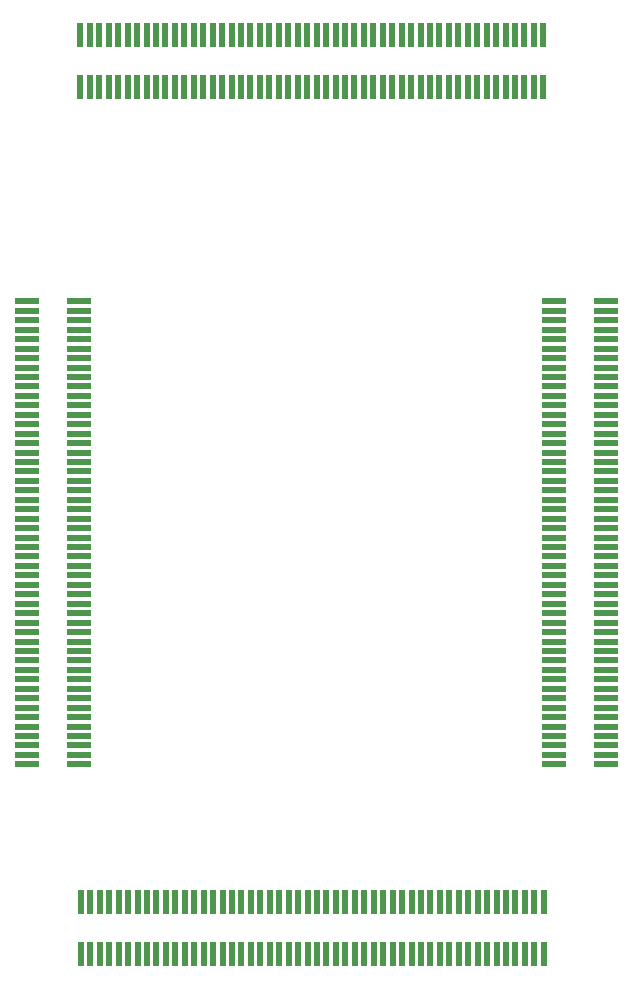
<source format=gtp>
%TF.GenerationSoftware,KiCad,Pcbnew,(6.0.4-0)*%
%TF.CreationDate,2022-04-21T11:02:12-05:00*%
%TF.ProjectId,payload_board,7061796c-6f61-4645-9f62-6f6172642e6b,3*%
%TF.SameCoordinates,Original*%
%TF.FileFunction,Paste,Top*%
%TF.FilePolarity,Positive*%
%FSLAX46Y46*%
G04 Gerber Fmt 4.6, Leading zero omitted, Abs format (unit mm)*
G04 Created by KiCad (PCBNEW (6.0.4-0)) date 2022-04-21 11:02:12*
%MOMM*%
%LPD*%
G01*
G04 APERTURE LIST*
%ADD10R,2.000000X0.500000*%
%ADD11R,0.500000X2.000000*%
G04 APERTURE END LIST*
D10*
X108265000Y-120195000D03*
X112665000Y-120195000D03*
X108265000Y-119395000D03*
X112665000Y-119395000D03*
X108265000Y-118595000D03*
X112665000Y-118595000D03*
X108265000Y-117795000D03*
X112665000Y-117795000D03*
X108265000Y-116995000D03*
X112665000Y-116995000D03*
X108265000Y-116195000D03*
X112665000Y-116195000D03*
X108265000Y-115395000D03*
X112665000Y-115395000D03*
X108265000Y-114595000D03*
X112665000Y-114595000D03*
X108265000Y-113795000D03*
X112665000Y-113795000D03*
X108265000Y-112995000D03*
X112665000Y-112995000D03*
X108265000Y-112195000D03*
X112665000Y-112195000D03*
X108265000Y-111395000D03*
X112665000Y-111395000D03*
X108265000Y-110595000D03*
X112665000Y-110595000D03*
X108265000Y-109795000D03*
X112665000Y-109795000D03*
X108265000Y-108995000D03*
X112665000Y-108995000D03*
X108265000Y-108195000D03*
X112665000Y-108195000D03*
X108265000Y-107395000D03*
X112665000Y-107395000D03*
X108265000Y-106595000D03*
X112665000Y-106595000D03*
X108265000Y-105795000D03*
X112665000Y-105795000D03*
X108265000Y-104995000D03*
X112665000Y-104995000D03*
X108265000Y-104195000D03*
X112665000Y-104195000D03*
X108265000Y-103395000D03*
X112665000Y-103395000D03*
X108265000Y-102595000D03*
X112665000Y-102595000D03*
X108265000Y-101795000D03*
X112665000Y-101795000D03*
X108265000Y-100995000D03*
X112665000Y-100995000D03*
X108265000Y-100195000D03*
X112665000Y-100195000D03*
X108265000Y-99395000D03*
X112665000Y-99395000D03*
X108265000Y-98595000D03*
X112665000Y-98595000D03*
X108265000Y-97795000D03*
X112665000Y-97795000D03*
X108265000Y-96995000D03*
X112665000Y-96995000D03*
X108265000Y-96195000D03*
X112665000Y-96195000D03*
X108265000Y-95395000D03*
X112665000Y-95395000D03*
X108265000Y-94595000D03*
X112665000Y-94595000D03*
X108265000Y-93795000D03*
X112665000Y-93795000D03*
X108265000Y-92995000D03*
X112665000Y-92995000D03*
X108265000Y-92195000D03*
X112665000Y-92195000D03*
X108265000Y-91395000D03*
X112665000Y-91395000D03*
X108265000Y-90595000D03*
X112665000Y-90595000D03*
X108265000Y-89795000D03*
X112665000Y-89795000D03*
X108265000Y-88995000D03*
X112665000Y-88995000D03*
X108265000Y-88195000D03*
X112665000Y-88195000D03*
X108265000Y-87395000D03*
X112665000Y-87395000D03*
X108265000Y-86595000D03*
X112665000Y-86595000D03*
X108265000Y-85795000D03*
X112665000Y-85795000D03*
X108265000Y-84995000D03*
X112665000Y-84995000D03*
X108265000Y-84195000D03*
X112665000Y-84195000D03*
X108265000Y-83395000D03*
X112665000Y-83395000D03*
X108265000Y-82595000D03*
X112665000Y-82595000D03*
X108265000Y-81795000D03*
X112665000Y-81795000D03*
X108265000Y-80995000D03*
X112665000Y-80995000D03*
X63615000Y-120195000D03*
X68015000Y-120195000D03*
X63615000Y-119395000D03*
X68015000Y-119395000D03*
X63615000Y-118595000D03*
X68015000Y-118595000D03*
X63615000Y-117795000D03*
X68015000Y-117795000D03*
X63615000Y-116995000D03*
X68015000Y-116995000D03*
X63615000Y-116195000D03*
X68015000Y-116195000D03*
X63615000Y-115395000D03*
X68015000Y-115395000D03*
X63615000Y-114595000D03*
X68015000Y-114595000D03*
X63615000Y-113795000D03*
X68015000Y-113795000D03*
X63615000Y-112995000D03*
X68015000Y-112995000D03*
X63615000Y-112195000D03*
X68015000Y-112195000D03*
X63615000Y-111395000D03*
X68015000Y-111395000D03*
X63615000Y-110595000D03*
X68015000Y-110595000D03*
X63615000Y-109795000D03*
X68015000Y-109795000D03*
X63615000Y-108995000D03*
X68015000Y-108995000D03*
X63615000Y-108195000D03*
X68015000Y-108195000D03*
X63615000Y-107395000D03*
X68015000Y-107395000D03*
X63615000Y-106595000D03*
X68015000Y-106595000D03*
X63615000Y-105795000D03*
X68015000Y-105795000D03*
X63615000Y-104995000D03*
X68015000Y-104995000D03*
X63615000Y-104195000D03*
X68015000Y-104195000D03*
X63615000Y-103395000D03*
X68015000Y-103395000D03*
X63615000Y-102595000D03*
X68015000Y-102595000D03*
X63615000Y-101795000D03*
X68015000Y-101795000D03*
X63615000Y-100995000D03*
X68015000Y-100995000D03*
X63615000Y-100195000D03*
X68015000Y-100195000D03*
X63615000Y-99395000D03*
X68015000Y-99395000D03*
X63615000Y-98595000D03*
X68015000Y-98595000D03*
X63615000Y-97795000D03*
X68015000Y-97795000D03*
X63615000Y-96995000D03*
X68015000Y-96995000D03*
X63615000Y-96195000D03*
X68015000Y-96195000D03*
X63615000Y-95395000D03*
X68015000Y-95395000D03*
X63615000Y-94595000D03*
X68015000Y-94595000D03*
X63615000Y-93795000D03*
X68015000Y-93795000D03*
X63615000Y-92995000D03*
X68015000Y-92995000D03*
X63615000Y-92195000D03*
X68015000Y-92195000D03*
X63615000Y-91395000D03*
X68015000Y-91395000D03*
X63615000Y-90595000D03*
X68015000Y-90595000D03*
X63615000Y-89795000D03*
X68015000Y-89795000D03*
X63615000Y-88995000D03*
X68015000Y-88995000D03*
X63615000Y-88195000D03*
X68015000Y-88195000D03*
X63615000Y-87395000D03*
X68015000Y-87395000D03*
X63615000Y-86595000D03*
X68015000Y-86595000D03*
X63615000Y-85795000D03*
X68015000Y-85795000D03*
X63615000Y-84995000D03*
X68015000Y-84995000D03*
X63615000Y-84195000D03*
X68015000Y-84195000D03*
X63615000Y-83395000D03*
X68015000Y-83395000D03*
X63615000Y-82595000D03*
X68015000Y-82595000D03*
X63615000Y-81795000D03*
X68015000Y-81795000D03*
X63615000Y-80995000D03*
X68015000Y-80995000D03*
D11*
X107345000Y-62855000D03*
X107345000Y-58455000D03*
X106545000Y-62855000D03*
X106545000Y-58455000D03*
X105745000Y-62855000D03*
X105745000Y-58455000D03*
X104945000Y-62855000D03*
X104945000Y-58455000D03*
X104145000Y-62855000D03*
X104145000Y-58455000D03*
X103345000Y-62855000D03*
X103345000Y-58455000D03*
X102545000Y-62855000D03*
X102545000Y-58455000D03*
X101745000Y-62855000D03*
X101745000Y-58455000D03*
X100945000Y-62855000D03*
X100945000Y-58455000D03*
X100145000Y-62855000D03*
X100145000Y-58455000D03*
X99345000Y-62855000D03*
X99345000Y-58455000D03*
X98545000Y-62855000D03*
X98545000Y-58455000D03*
X97745000Y-62855000D03*
X97745000Y-58455000D03*
X96945000Y-62855000D03*
X96945000Y-58455000D03*
X96145000Y-62855000D03*
X96145000Y-58455000D03*
X95345000Y-62855000D03*
X95345000Y-58455000D03*
X94545000Y-62855000D03*
X94545000Y-58455000D03*
X93745000Y-62855000D03*
X93745000Y-58455000D03*
X92945000Y-62855000D03*
X92945000Y-58455000D03*
X92145000Y-62855000D03*
X92145000Y-58455000D03*
X91345000Y-62855000D03*
X91345000Y-58455000D03*
X90545000Y-62855000D03*
X90545000Y-58455000D03*
X89745000Y-62855000D03*
X89745000Y-58455000D03*
X88945000Y-62855000D03*
X88945000Y-58455000D03*
X88145000Y-62855000D03*
X88145000Y-58455000D03*
X87345000Y-62855000D03*
X87345000Y-58455000D03*
X86545000Y-62855000D03*
X86545000Y-58455000D03*
X85745000Y-62855000D03*
X85745000Y-58455000D03*
X84945000Y-62855000D03*
X84945000Y-58455000D03*
X84145000Y-62855000D03*
X84145000Y-58455000D03*
X83345000Y-62855000D03*
X83345000Y-58455000D03*
X82545000Y-62855000D03*
X82545000Y-58455000D03*
X81745000Y-62855000D03*
X81745000Y-58455000D03*
X80945000Y-62855000D03*
X80945000Y-58455000D03*
X80145000Y-62855000D03*
X80145000Y-58455000D03*
X79345000Y-62855000D03*
X79345000Y-58455000D03*
X78545000Y-62855000D03*
X78545000Y-58455000D03*
X77745000Y-62855000D03*
X77745000Y-58455000D03*
X76945000Y-62855000D03*
X76945000Y-58455000D03*
X76145000Y-62855000D03*
X76145000Y-58455000D03*
X75345000Y-62855000D03*
X75345000Y-58455000D03*
X74545000Y-62855000D03*
X74545000Y-58455000D03*
X73745000Y-62855000D03*
X73745000Y-58455000D03*
X72945000Y-62855000D03*
X72945000Y-58455000D03*
X72145000Y-62855000D03*
X72145000Y-58455000D03*
X71345000Y-62855000D03*
X71345000Y-58455000D03*
X70545000Y-62855000D03*
X70545000Y-58455000D03*
X69745000Y-62855000D03*
X69745000Y-58455000D03*
X68945000Y-62855000D03*
X68945000Y-58455000D03*
X68145000Y-62855000D03*
X68145000Y-58455000D03*
X68180000Y-131820000D03*
X68180000Y-136220000D03*
X68980000Y-131820000D03*
X68980000Y-136220000D03*
X69780000Y-131820000D03*
X69780000Y-136220000D03*
X70580000Y-131820000D03*
X70580000Y-136220000D03*
X71380000Y-131820000D03*
X71380000Y-136220000D03*
X72180000Y-131820000D03*
X72180000Y-136220000D03*
X72980000Y-131820000D03*
X72980000Y-136220000D03*
X73780000Y-131820000D03*
X73780000Y-136220000D03*
X74580000Y-131820000D03*
X74580000Y-136220000D03*
X75380000Y-131820000D03*
X75380000Y-136220000D03*
X76180000Y-131820000D03*
X76180000Y-136220000D03*
X76980000Y-131820000D03*
X76980000Y-136220000D03*
X77780000Y-131820000D03*
X77780000Y-136220000D03*
X78580000Y-131820000D03*
X78580000Y-136220000D03*
X79380000Y-131820000D03*
X79380000Y-136220000D03*
X80180000Y-131820000D03*
X80180000Y-136220000D03*
X80980000Y-131820000D03*
X80980000Y-136220000D03*
X81780000Y-131820000D03*
X81780000Y-136220000D03*
X82580000Y-131820000D03*
X82580000Y-136220000D03*
X83380000Y-131820000D03*
X83380000Y-136220000D03*
X84180000Y-131820000D03*
X84180000Y-136220000D03*
X84980000Y-131820000D03*
X84980000Y-136220000D03*
X85780000Y-131820000D03*
X85780000Y-136220000D03*
X86580000Y-131820000D03*
X86580000Y-136220000D03*
X87380000Y-131820000D03*
X87380000Y-136220000D03*
X88180000Y-131820000D03*
X88180000Y-136220000D03*
X88980000Y-131820000D03*
X88980000Y-136220000D03*
X89780000Y-131820000D03*
X89780000Y-136220000D03*
X90580000Y-131820000D03*
X90580000Y-136220000D03*
X91380000Y-131820000D03*
X91380000Y-136220000D03*
X92180000Y-131820000D03*
X92180000Y-136220000D03*
X92980000Y-131820000D03*
X92980000Y-136220000D03*
X93780000Y-131820000D03*
X93780000Y-136220000D03*
X94580000Y-131820000D03*
X94580000Y-136220000D03*
X95380000Y-131820000D03*
X95380000Y-136220000D03*
X96180000Y-131820000D03*
X96180000Y-136220000D03*
X96980000Y-131820000D03*
X96980000Y-136220000D03*
X97780000Y-131820000D03*
X97780000Y-136220000D03*
X98580000Y-131820000D03*
X98580000Y-136220000D03*
X99380000Y-131820000D03*
X99380000Y-136220000D03*
X100180000Y-131820000D03*
X100180000Y-136220000D03*
X100980000Y-131820000D03*
X100980000Y-136220000D03*
X101780000Y-131820000D03*
X101780000Y-136220000D03*
X102580000Y-131820000D03*
X102580000Y-136220000D03*
X103380000Y-131820000D03*
X103380000Y-136220000D03*
X104180000Y-131820000D03*
X104180000Y-136220000D03*
X104980000Y-131820000D03*
X104980000Y-136220000D03*
X105780000Y-131820000D03*
X105780000Y-136220000D03*
X106580000Y-131820000D03*
X106580000Y-136220000D03*
X107380000Y-131820000D03*
X107380000Y-136220000D03*
M02*

</source>
